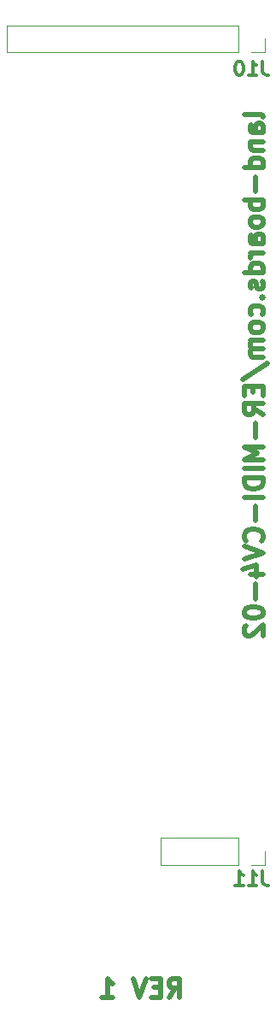
<source format=gbo>
%TF.GenerationSoftware,KiCad,Pcbnew,(6.0.1)*%
%TF.CreationDate,2022-11-12T10:25:45-05:00*%
%TF.ProjectId,ER-MIDI-CV4-02_CTLS,45522d4d-4944-4492-9d43-56342d30325f,1*%
%TF.SameCoordinates,Original*%
%TF.FileFunction,Legend,Bot*%
%TF.FilePolarity,Positive*%
%FSLAX46Y46*%
G04 Gerber Fmt 4.6, Leading zero omitted, Abs format (unit mm)*
G04 Created by KiCad (PCBNEW (6.0.1)) date 2022-11-12 10:25:45*
%MOMM*%
%LPD*%
G01*
G04 APERTURE LIST*
%ADD10C,0.469900*%
%ADD11C,0.349250*%
%ADD12C,0.120000*%
G04 APERTURE END LIST*
D10*
X82321425Y-130450308D02*
X82956425Y-129555260D01*
X83409997Y-130450308D02*
X83409997Y-128570708D01*
X82684282Y-128570708D01*
X82502854Y-128660213D01*
X82412139Y-128749717D01*
X82321425Y-128928727D01*
X82321425Y-129197241D01*
X82412139Y-129376251D01*
X82502854Y-129465755D01*
X82684282Y-129555260D01*
X83409997Y-129555260D01*
X81504997Y-129465755D02*
X80869997Y-129465755D01*
X80597854Y-130450308D02*
X81504997Y-130450308D01*
X81504997Y-128570708D01*
X80597854Y-128570708D01*
X80053568Y-128570708D02*
X79418568Y-130450308D01*
X78783568Y-128570708D01*
X75699282Y-130450308D02*
X76787854Y-130450308D01*
X76243568Y-130450308D02*
X76243568Y-128570708D01*
X76424997Y-128839222D01*
X76606425Y-129018232D01*
X76787854Y-129107736D01*
X91650295Y-43263928D02*
X91560790Y-43082500D01*
X91381780Y-42991785D01*
X89770695Y-42991785D01*
X91650295Y-44806071D02*
X90665742Y-44806071D01*
X90486733Y-44715357D01*
X90397228Y-44533928D01*
X90397228Y-44171071D01*
X90486733Y-43989642D01*
X91560790Y-44806071D02*
X91650295Y-44624642D01*
X91650295Y-44171071D01*
X91560790Y-43989642D01*
X91381780Y-43898928D01*
X91202771Y-43898928D01*
X91023761Y-43989642D01*
X90934257Y-44171071D01*
X90934257Y-44624642D01*
X90844752Y-44806071D01*
X90397228Y-45713214D02*
X91650295Y-45713214D01*
X90576238Y-45713214D02*
X90486733Y-45803928D01*
X90397228Y-45985357D01*
X90397228Y-46257500D01*
X90486733Y-46438928D01*
X90665742Y-46529642D01*
X91650295Y-46529642D01*
X91650295Y-48253214D02*
X89770695Y-48253214D01*
X91560790Y-48253214D02*
X91650295Y-48071785D01*
X91650295Y-47708928D01*
X91560790Y-47527500D01*
X91471285Y-47436785D01*
X91292276Y-47346071D01*
X90755247Y-47346071D01*
X90576238Y-47436785D01*
X90486733Y-47527500D01*
X90397228Y-47708928D01*
X90397228Y-48071785D01*
X90486733Y-48253214D01*
X90934257Y-49160357D02*
X90934257Y-50611785D01*
X91650295Y-51518928D02*
X89770695Y-51518928D01*
X90486733Y-51518928D02*
X90397228Y-51700357D01*
X90397228Y-52063214D01*
X90486733Y-52244642D01*
X90576238Y-52335357D01*
X90755247Y-52426071D01*
X91292276Y-52426071D01*
X91471285Y-52335357D01*
X91560790Y-52244642D01*
X91650295Y-52063214D01*
X91650295Y-51700357D01*
X91560790Y-51518928D01*
X91650295Y-53514642D02*
X91560790Y-53333214D01*
X91471285Y-53242499D01*
X91292276Y-53151785D01*
X90755247Y-53151785D01*
X90576238Y-53242499D01*
X90486733Y-53333214D01*
X90397228Y-53514642D01*
X90397228Y-53786785D01*
X90486733Y-53968214D01*
X90576238Y-54058928D01*
X90755247Y-54149642D01*
X91292276Y-54149642D01*
X91471285Y-54058928D01*
X91560790Y-53968214D01*
X91650295Y-53786785D01*
X91650295Y-53514642D01*
X91650295Y-55782499D02*
X90665742Y-55782499D01*
X90486733Y-55691785D01*
X90397228Y-55510357D01*
X90397228Y-55147499D01*
X90486733Y-54966071D01*
X91560790Y-55782499D02*
X91650295Y-55601071D01*
X91650295Y-55147499D01*
X91560790Y-54966071D01*
X91381780Y-54875357D01*
X91202771Y-54875357D01*
X91023761Y-54966071D01*
X90934257Y-55147499D01*
X90934257Y-55601071D01*
X90844752Y-55782499D01*
X91650295Y-56689642D02*
X90397228Y-56689642D01*
X90755247Y-56689642D02*
X90576238Y-56780357D01*
X90486733Y-56871071D01*
X90397228Y-57052499D01*
X90397228Y-57233928D01*
X91650295Y-58685357D02*
X89770695Y-58685357D01*
X91560790Y-58685357D02*
X91650295Y-58503928D01*
X91650295Y-58141071D01*
X91560790Y-57959642D01*
X91471285Y-57868928D01*
X91292276Y-57778214D01*
X90755247Y-57778214D01*
X90576238Y-57868928D01*
X90486733Y-57959642D01*
X90397228Y-58141071D01*
X90397228Y-58503928D01*
X90486733Y-58685357D01*
X91560790Y-59501785D02*
X91650295Y-59683214D01*
X91650295Y-60046071D01*
X91560790Y-60227499D01*
X91381780Y-60318214D01*
X91292276Y-60318214D01*
X91113266Y-60227499D01*
X91023761Y-60046071D01*
X91023761Y-59773928D01*
X90934257Y-59592499D01*
X90755247Y-59501785D01*
X90665742Y-59501785D01*
X90486733Y-59592499D01*
X90397228Y-59773928D01*
X90397228Y-60046071D01*
X90486733Y-60227499D01*
X91471285Y-61134642D02*
X91560790Y-61225357D01*
X91650295Y-61134642D01*
X91560790Y-61043928D01*
X91471285Y-61134642D01*
X91650295Y-61134642D01*
X91560790Y-62858214D02*
X91650295Y-62676785D01*
X91650295Y-62313928D01*
X91560790Y-62132499D01*
X91471285Y-62041785D01*
X91292276Y-61951071D01*
X90755247Y-61951071D01*
X90576238Y-62041785D01*
X90486733Y-62132499D01*
X90397228Y-62313928D01*
X90397228Y-62676785D01*
X90486733Y-62858214D01*
X91650295Y-63946785D02*
X91560790Y-63765357D01*
X91471285Y-63674642D01*
X91292276Y-63583928D01*
X90755247Y-63583928D01*
X90576238Y-63674642D01*
X90486733Y-63765357D01*
X90397228Y-63946785D01*
X90397228Y-64218928D01*
X90486733Y-64400357D01*
X90576238Y-64491071D01*
X90755247Y-64581785D01*
X91292276Y-64581785D01*
X91471285Y-64491071D01*
X91560790Y-64400357D01*
X91650295Y-64218928D01*
X91650295Y-63946785D01*
X91650295Y-65398214D02*
X90397228Y-65398214D01*
X90576238Y-65398214D02*
X90486733Y-65488928D01*
X90397228Y-65670357D01*
X90397228Y-65942499D01*
X90486733Y-66123928D01*
X90665742Y-66214642D01*
X91650295Y-66214642D01*
X90665742Y-66214642D02*
X90486733Y-66305357D01*
X90397228Y-66486785D01*
X90397228Y-66758928D01*
X90486733Y-66940357D01*
X90665742Y-67031071D01*
X91650295Y-67031071D01*
X89681190Y-69298928D02*
X92097819Y-67666071D01*
X90665742Y-69933928D02*
X90665742Y-70568928D01*
X91650295Y-70841071D02*
X91650295Y-69933928D01*
X89770695Y-69933928D01*
X89770695Y-70841071D01*
X91650295Y-72746071D02*
X90755247Y-72111071D01*
X91650295Y-71657499D02*
X89770695Y-71657499D01*
X89770695Y-72383214D01*
X89860200Y-72564642D01*
X89949704Y-72655357D01*
X90128714Y-72746071D01*
X90397228Y-72746071D01*
X90576238Y-72655357D01*
X90665742Y-72564642D01*
X90755247Y-72383214D01*
X90755247Y-71657499D01*
X90934257Y-73562499D02*
X90934257Y-75013928D01*
X91650295Y-75921071D02*
X89770695Y-75921071D01*
X91113266Y-76556071D01*
X89770695Y-77191071D01*
X91650295Y-77191071D01*
X91650295Y-78098214D02*
X89770695Y-78098214D01*
X91650295Y-79005357D02*
X89770695Y-79005357D01*
X89770695Y-79458928D01*
X89860200Y-79731071D01*
X90039209Y-79912499D01*
X90218219Y-80003214D01*
X90576238Y-80093928D01*
X90844752Y-80093928D01*
X91202771Y-80003214D01*
X91381780Y-79912499D01*
X91560790Y-79731071D01*
X91650295Y-79458928D01*
X91650295Y-79005357D01*
X91650295Y-80910357D02*
X89770695Y-80910357D01*
X90934257Y-81817499D02*
X90934257Y-83268928D01*
X91471285Y-85264642D02*
X91560790Y-85173928D01*
X91650295Y-84901785D01*
X91650295Y-84720357D01*
X91560790Y-84448214D01*
X91381780Y-84266785D01*
X91202771Y-84176071D01*
X90844752Y-84085357D01*
X90576238Y-84085357D01*
X90218219Y-84176071D01*
X90039209Y-84266785D01*
X89860200Y-84448214D01*
X89770695Y-84720357D01*
X89770695Y-84901785D01*
X89860200Y-85173928D01*
X89949704Y-85264642D01*
X89770695Y-85808928D02*
X91650295Y-86443928D01*
X89770695Y-87078928D01*
X90397228Y-88530357D02*
X91650295Y-88530357D01*
X89681190Y-88076785D02*
X91023761Y-87623214D01*
X91023761Y-88802499D01*
X90934257Y-89528214D02*
X90934257Y-90979642D01*
X89770695Y-92249642D02*
X89770695Y-92431071D01*
X89860200Y-92612499D01*
X89949704Y-92703214D01*
X90128714Y-92793928D01*
X90486733Y-92884642D01*
X90934257Y-92884642D01*
X91292276Y-92793928D01*
X91471285Y-92703214D01*
X91560790Y-92612499D01*
X91650295Y-92431071D01*
X91650295Y-92249642D01*
X91560790Y-92068214D01*
X91471285Y-91977499D01*
X91292276Y-91886785D01*
X90934257Y-91796071D01*
X90486733Y-91796071D01*
X90128714Y-91886785D01*
X89949704Y-91977499D01*
X89860200Y-92068214D01*
X89770695Y-92249642D01*
X89949704Y-93610357D02*
X89860200Y-93701071D01*
X89770695Y-93882499D01*
X89770695Y-94336071D01*
X89860200Y-94517499D01*
X89949704Y-94608214D01*
X90128714Y-94698928D01*
X90307723Y-94698928D01*
X90576238Y-94608214D01*
X91650295Y-93519642D01*
X91650295Y-94698928D01*
D11*
%TO.C,J10*%
X91630904Y-37734976D02*
X91630904Y-38732833D01*
X91697428Y-38932404D01*
X91830476Y-39065452D01*
X92030047Y-39131976D01*
X92163095Y-39131976D01*
X90233904Y-39131976D02*
X91032190Y-39131976D01*
X90633047Y-39131976D02*
X90633047Y-37734976D01*
X90766095Y-37934547D01*
X90899142Y-38067595D01*
X91032190Y-38134119D01*
X89369095Y-37734976D02*
X89236047Y-37734976D01*
X89103000Y-37801500D01*
X89036476Y-37868023D01*
X88969952Y-38001071D01*
X88903428Y-38267166D01*
X88903428Y-38599785D01*
X88969952Y-38865880D01*
X89036476Y-38998928D01*
X89103000Y-39065452D01*
X89236047Y-39131976D01*
X89369095Y-39131976D01*
X89502142Y-39065452D01*
X89568666Y-38998928D01*
X89635190Y-38865880D01*
X89701714Y-38599785D01*
X89701714Y-38267166D01*
X89635190Y-38001071D01*
X89568666Y-37868023D01*
X89502142Y-37801500D01*
X89369095Y-37734976D01*
%TO.C,J11*%
X91630904Y-117984976D02*
X91630904Y-118982833D01*
X91697428Y-119182404D01*
X91830476Y-119315452D01*
X92030047Y-119381976D01*
X92163095Y-119381976D01*
X90233904Y-119381976D02*
X91032190Y-119381976D01*
X90633047Y-119381976D02*
X90633047Y-117984976D01*
X90766095Y-118184547D01*
X90899142Y-118317595D01*
X91032190Y-118384119D01*
X88903428Y-119381976D02*
X89701714Y-119381976D01*
X89302571Y-119381976D02*
X89302571Y-117984976D01*
X89435619Y-118184547D01*
X89568666Y-118317595D01*
X89701714Y-118384119D01*
D12*
%TO.C,J10*%
X89230000Y-34170000D02*
X66310000Y-34170000D01*
X91830000Y-36830000D02*
X91830000Y-35500000D01*
X90500000Y-36830000D02*
X91830000Y-36830000D01*
X89230000Y-36830000D02*
X89230000Y-34170000D01*
X89230000Y-36830000D02*
X66310000Y-36830000D01*
X66310000Y-36830000D02*
X66310000Y-34170000D01*
%TO.C,J11*%
X89230000Y-117330000D02*
X81550000Y-117330000D01*
X89230000Y-114670000D02*
X81550000Y-114670000D01*
X81550000Y-117330000D02*
X81550000Y-114670000D01*
X89230000Y-117330000D02*
X89230000Y-114670000D01*
X90500000Y-117330000D02*
X91830000Y-117330000D01*
X91830000Y-117330000D02*
X91830000Y-116000000D01*
%TD*%
M02*

</source>
